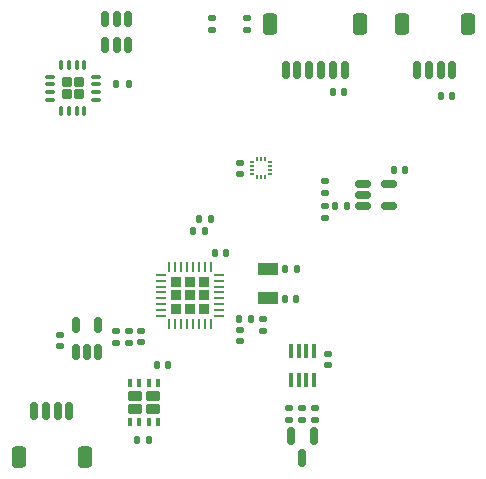
<source format=gbp>
%TF.GenerationSoftware,KiCad,Pcbnew,(7.0.0)*%
%TF.CreationDate,2023-03-08T15:02:16+02:00*%
%TF.ProjectId,SARA-R4_DevBoard,53415241-2d52-4345-9f44-6576426f6172,rev?*%
%TF.SameCoordinates,Original*%
%TF.FileFunction,Paste,Bot*%
%TF.FilePolarity,Positive*%
%FSLAX46Y46*%
G04 Gerber Fmt 4.6, Leading zero omitted, Abs format (unit mm)*
G04 Created by KiCad (PCBNEW (7.0.0)) date 2023-03-08 15:02:16*
%MOMM*%
%LPD*%
G01*
G04 APERTURE LIST*
G04 Aperture macros list*
%AMRoundRect*
0 Rectangle with rounded corners*
0 $1 Rounding radius*
0 $2 $3 $4 $5 $6 $7 $8 $9 X,Y pos of 4 corners*
0 Add a 4 corners polygon primitive as box body*
4,1,4,$2,$3,$4,$5,$6,$7,$8,$9,$2,$3,0*
0 Add four circle primitives for the rounded corners*
1,1,$1+$1,$2,$3*
1,1,$1+$1,$4,$5*
1,1,$1+$1,$6,$7*
1,1,$1+$1,$8,$9*
0 Add four rect primitives between the rounded corners*
20,1,$1+$1,$2,$3,$4,$5,0*
20,1,$1+$1,$4,$5,$6,$7,0*
20,1,$1+$1,$6,$7,$8,$9,0*
20,1,$1+$1,$8,$9,$2,$3,0*%
G04 Aperture macros list end*
%ADD10RoundRect,0.050000X0.112500X0.050000X-0.112500X0.050000X-0.112500X-0.050000X0.112500X-0.050000X0*%
%ADD11RoundRect,0.050000X0.050000X0.112500X-0.050000X0.112500X-0.050000X-0.112500X0.050000X-0.112500X0*%
%ADD12RoundRect,0.140000X0.140000X0.170000X-0.140000X0.170000X-0.140000X-0.170000X0.140000X-0.170000X0*%
%ADD13RoundRect,0.140000X0.170000X-0.140000X0.170000X0.140000X-0.170000X0.140000X-0.170000X-0.140000X0*%
%ADD14RoundRect,0.150000X-0.150000X-0.625000X0.150000X-0.625000X0.150000X0.625000X-0.150000X0.625000X0*%
%ADD15RoundRect,0.250000X-0.350000X-0.650000X0.350000X-0.650000X0.350000X0.650000X-0.350000X0.650000X0*%
%ADD16RoundRect,0.135000X0.135000X0.185000X-0.135000X0.185000X-0.135000X-0.185000X0.135000X-0.185000X0*%
%ADD17RoundRect,0.147500X0.147500X0.172500X-0.147500X0.172500X-0.147500X-0.172500X0.147500X-0.172500X0*%
%ADD18RoundRect,0.140000X-0.170000X0.140000X-0.170000X-0.140000X0.170000X-0.140000X0.170000X0.140000X0*%
%ADD19RoundRect,0.150000X-0.150000X0.512500X-0.150000X-0.512500X0.150000X-0.512500X0.150000X0.512500X0*%
%ADD20RoundRect,0.135000X-0.185000X0.135000X-0.185000X-0.135000X0.185000X-0.135000X0.185000X0.135000X0*%
%ADD21RoundRect,0.150000X-0.512500X-0.150000X0.512500X-0.150000X0.512500X0.150000X-0.512500X0.150000X0*%
%ADD22RoundRect,0.140000X-0.140000X-0.170000X0.140000X-0.170000X0.140000X0.170000X-0.140000X0.170000X0*%
%ADD23RoundRect,0.150000X0.150000X-0.512500X0.150000X0.512500X-0.150000X0.512500X-0.150000X-0.512500X0*%
%ADD24R,0.450000X1.200000*%
%ADD25RoundRect,0.232500X0.232500X0.232500X-0.232500X0.232500X-0.232500X-0.232500X0.232500X-0.232500X0*%
%ADD26RoundRect,0.062500X0.375000X0.062500X-0.375000X0.062500X-0.375000X-0.062500X0.375000X-0.062500X0*%
%ADD27RoundRect,0.062500X0.062500X0.375000X-0.062500X0.375000X-0.062500X-0.375000X0.062500X-0.375000X0*%
%ADD28R,1.800000X1.000000*%
%ADD29RoundRect,0.212500X-0.212500X-0.212500X0.212500X-0.212500X0.212500X0.212500X-0.212500X0.212500X0*%
%ADD30RoundRect,0.075000X-0.350000X-0.075000X0.350000X-0.075000X0.350000X0.075000X-0.350000X0.075000X0*%
%ADD31RoundRect,0.075000X-0.075000X-0.350000X0.075000X-0.350000X0.075000X0.350000X-0.075000X0.350000X0*%
%ADD32RoundRect,0.222500X0.382500X-0.222500X0.382500X0.222500X-0.382500X0.222500X-0.382500X-0.222500X0*%
%ADD33RoundRect,0.100000X0.100000X-0.225000X0.100000X0.225000X-0.100000X0.225000X-0.100000X-0.225000X0*%
%ADD34RoundRect,0.135000X0.185000X-0.135000X0.185000X0.135000X-0.185000X0.135000X-0.185000X-0.135000X0*%
%ADD35RoundRect,0.135000X-0.135000X-0.185000X0.135000X-0.185000X0.135000X0.185000X-0.135000X0.185000X0*%
%ADD36RoundRect,0.150000X0.150000X0.625000X-0.150000X0.625000X-0.150000X-0.625000X0.150000X-0.625000X0*%
%ADD37RoundRect,0.250000X0.350000X0.650000X-0.350000X0.650000X-0.350000X-0.650000X0.350000X-0.650000X0*%
%ADD38RoundRect,0.150000X-0.150000X0.587500X-0.150000X-0.587500X0.150000X-0.587500X0.150000X0.587500X0*%
G04 APERTURE END LIST*
D10*
%TO.C,U9*%
X160762500Y-93375000D03*
X160762500Y-93725000D03*
X160762500Y-94075000D03*
X160762500Y-94425000D03*
D11*
X160350000Y-94662500D03*
X160000000Y-94662500D03*
X159650000Y-94662500D03*
D10*
X159237500Y-94425000D03*
X159237500Y-94075000D03*
X159237500Y-93725000D03*
X159237500Y-93375000D03*
D11*
X159650000Y-93137500D03*
X160000000Y-93137500D03*
X160350000Y-93137500D03*
%TD*%
D12*
%TO.C,C5*%
X172240000Y-94060000D03*
X171280000Y-94060000D03*
%TD*%
D13*
%TO.C,C19*%
X158240000Y-94430000D03*
X158240000Y-93470000D03*
%TD*%
D14*
%TO.C,J5*%
X173230000Y-85600000D03*
X174230000Y-85600000D03*
X175230000Y-85600000D03*
X176230000Y-85600000D03*
D15*
X171930000Y-81725000D03*
X177530000Y-81725000D03*
%TD*%
D16*
%TO.C,R10*%
X155780000Y-98250000D03*
X154760000Y-98250000D03*
%TD*%
%TO.C,R9*%
X155260000Y-99270000D03*
X154240000Y-99270000D03*
%TD*%
D17*
%TO.C,L3*%
X167275000Y-97130000D03*
X166305000Y-97130000D03*
%TD*%
D13*
%TO.C,C7*%
X142980000Y-108970000D03*
X142980000Y-108010000D03*
%TD*%
D18*
%TO.C,C14*%
X158230000Y-107620000D03*
X158230000Y-108580000D03*
%TD*%
D19*
%TO.C,U5*%
X146850000Y-81262500D03*
X147800000Y-81262500D03*
X148750000Y-81262500D03*
X148750000Y-83537500D03*
X147800000Y-83537500D03*
X146850000Y-83537500D03*
%TD*%
D20*
%TO.C,R6*%
X158850000Y-81230000D03*
X158850000Y-82250000D03*
%TD*%
D21*
%TO.C,U3*%
X168620000Y-97130000D03*
X168620000Y-96180000D03*
X168620000Y-95230000D03*
X170895000Y-95230000D03*
X170895000Y-97130000D03*
%TD*%
D22*
%TO.C,C21*%
X162070000Y-102450000D03*
X163030000Y-102450000D03*
%TD*%
%TO.C,C15*%
X175250000Y-87810000D03*
X176210000Y-87810000D03*
%TD*%
D18*
%TO.C,C17*%
X160200000Y-106720000D03*
X160200000Y-107680000D03*
%TD*%
D14*
%TO.C,J3*%
X162100000Y-85600000D03*
X163100000Y-85600000D03*
X164100000Y-85600000D03*
X165100000Y-85600000D03*
X166100000Y-85600000D03*
X167100000Y-85600000D03*
D15*
X160800000Y-81725000D03*
X168400000Y-81725000D03*
%TD*%
D23*
%TO.C,U2*%
X146220000Y-109497500D03*
X145270000Y-109497500D03*
X144320000Y-109497500D03*
X144320000Y-107222500D03*
X146220000Y-107222500D03*
%TD*%
D18*
%TO.C,C6*%
X165420000Y-97150000D03*
X165420000Y-98110000D03*
%TD*%
D12*
%TO.C,C18*%
X152140000Y-110550000D03*
X151180000Y-110550000D03*
%TD*%
D22*
%TO.C,C22*%
X162050000Y-104970000D03*
X163010000Y-104970000D03*
%TD*%
D24*
%TO.C,U8*%
X162549999Y-109399999D03*
X163199999Y-109399999D03*
X163849999Y-109399999D03*
X164499999Y-109399999D03*
X164499999Y-111899999D03*
X163849999Y-111899999D03*
X163199999Y-111899999D03*
X162549999Y-111899999D03*
%TD*%
D18*
%TO.C,C9*%
X148800000Y-107730000D03*
X148800000Y-108690000D03*
%TD*%
D25*
%TO.C,U6*%
X155150000Y-105850000D03*
X155150000Y-104700000D03*
X155150000Y-103550000D03*
X154000000Y-105850000D03*
X154000000Y-104700000D03*
X154000000Y-103550000D03*
X152850000Y-105850000D03*
X152850000Y-104700000D03*
X152850000Y-103550000D03*
D26*
X156437500Y-102950000D03*
X156437500Y-103450000D03*
X156437500Y-103950000D03*
X156437500Y-104450000D03*
X156437500Y-104950000D03*
X156437500Y-105450000D03*
X156437500Y-105950000D03*
X156437500Y-106450000D03*
D27*
X155750000Y-107137500D03*
X155250000Y-107137500D03*
X154750000Y-107137500D03*
X154250000Y-107137500D03*
X153750000Y-107137500D03*
X153250000Y-107137500D03*
X152750000Y-107137500D03*
X152250000Y-107137500D03*
D26*
X151562500Y-106450000D03*
X151562500Y-105950000D03*
X151562500Y-105450000D03*
X151562500Y-104950000D03*
X151562500Y-104450000D03*
X151562500Y-103950000D03*
X151562500Y-103450000D03*
X151562500Y-102950000D03*
D27*
X152250000Y-102262500D03*
X152750000Y-102262500D03*
X153250000Y-102262500D03*
X153750000Y-102262500D03*
X154250000Y-102262500D03*
X154750000Y-102262500D03*
X155250000Y-102262500D03*
X155750000Y-102262500D03*
%TD*%
D20*
%TO.C,R13*%
X162425000Y-114240000D03*
X162425000Y-115260000D03*
%TD*%
D28*
%TO.C,Y1*%
X160589999Y-102449999D03*
X160589999Y-104949999D03*
%TD*%
D13*
%TO.C,C23*%
X165725000Y-110630000D03*
X165725000Y-109670000D03*
%TD*%
D29*
%TO.C,U4*%
X143550000Y-86625000D03*
X143550000Y-87675000D03*
X144600000Y-86625000D03*
X144600000Y-87675000D03*
D30*
X142125000Y-88125000D03*
X142125000Y-87475000D03*
X142125000Y-86825000D03*
X142125000Y-86175000D03*
D31*
X143100000Y-85200000D03*
X143750000Y-85200000D03*
X144400000Y-85200000D03*
X145050000Y-85200000D03*
D30*
X146025000Y-86175000D03*
X146025000Y-86825000D03*
X146025000Y-87475000D03*
X146025000Y-88125000D03*
D31*
X145050000Y-89100000D03*
X144400000Y-89100000D03*
X143750000Y-89100000D03*
X143100000Y-89100000D03*
%TD*%
D32*
%TO.C,U7*%
X149350000Y-114350000D03*
X150850000Y-114350000D03*
X149350000Y-113250000D03*
X150850000Y-113250000D03*
D33*
X151300000Y-115450000D03*
X150500000Y-115450000D03*
X149700000Y-115450000D03*
X148900000Y-115450000D03*
X148900000Y-112150000D03*
X149700000Y-112150000D03*
X150500000Y-112150000D03*
X151300000Y-112150000D03*
%TD*%
D34*
%TO.C,R12*%
X164625000Y-115260000D03*
X164625000Y-114240000D03*
%TD*%
D18*
%TO.C,C4*%
X165420000Y-95030000D03*
X165420000Y-95990000D03*
%TD*%
D20*
%TO.C,R7*%
X155860000Y-81230000D03*
X155860000Y-82250000D03*
%TD*%
D18*
%TO.C,C12*%
X147760000Y-107730000D03*
X147760000Y-108690000D03*
%TD*%
D35*
%TO.C,R5*%
X147780000Y-86830000D03*
X148800000Y-86830000D03*
%TD*%
D12*
%TO.C,C13*%
X157040000Y-101150000D03*
X156080000Y-101150000D03*
%TD*%
D36*
%TO.C,J4*%
X143800000Y-114500000D03*
X142800000Y-114500000D03*
X141800000Y-114500000D03*
X140800000Y-114500000D03*
D37*
X145100000Y-118375000D03*
X139500000Y-118375000D03*
%TD*%
D22*
%TO.C,C16*%
X166100000Y-87450000D03*
X167060000Y-87450000D03*
%TD*%
D38*
%TO.C,D2*%
X162575000Y-116630000D03*
X164475000Y-116630000D03*
X163525000Y-118505000D03*
%TD*%
D16*
%TO.C,R8*%
X159210000Y-106700000D03*
X158190000Y-106700000D03*
%TD*%
D18*
%TO.C,C8*%
X149850000Y-107720000D03*
X149850000Y-108680000D03*
%TD*%
D13*
%TO.C,C20*%
X163525000Y-115230000D03*
X163525000Y-114270000D03*
%TD*%
D16*
%TO.C,R11*%
X150560000Y-116910000D03*
X149540000Y-116910000D03*
%TD*%
M02*

</source>
